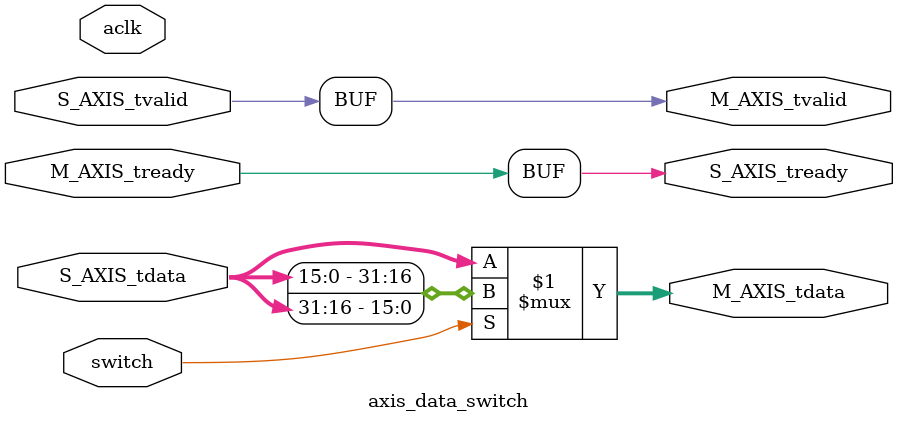
<source format=v>
`timescale 1ns / 1ps

module axis_data_switch #
(
    parameter integer                       AXIS_TDATA_WIDTH    = 32
)
(
    // system signals
    input  wire                             aclk,
    
    // IP signals
    input  wire                             switch,

    // slave
    input  wire [AXIS_TDATA_WIDTH-1:0]      S_AXIS_tdata,
    input  wire                             S_AXIS_tvalid,
    output wire                             S_AXIS_tready,

    // master
    input  wire                             M_AXIS_tready,
    output wire [AXIS_TDATA_WIDTH-1:0]      M_AXIS_tdata,
    output wire                             M_AXIS_tvalid
);

    assign M_AXIS_tvalid                    = S_AXIS_tvalid;
    assign S_AXIS_tready                    = M_AXIS_tready;

    assign M_AXIS_tdata                     = switch ? {S_AXIS_tdata[(AXIS_TDATA_WIDTH/2)-1:0], S_AXIS_tdata[AXIS_TDATA_WIDTH-1:AXIS_TDATA_WIDTH/2]} : S_AXIS_tdata;

endmodule
</source>
